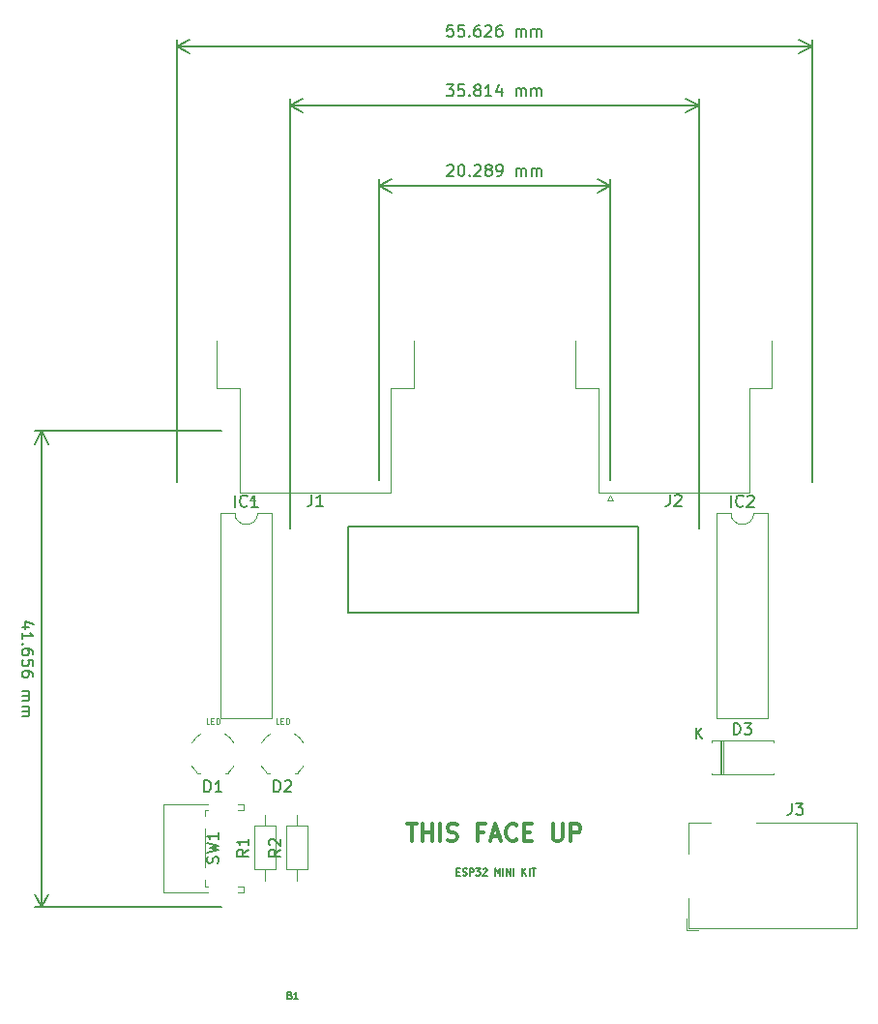
<source format=gbr>
G04 #@! TF.GenerationSoftware,KiCad,Pcbnew,(5.1.0-0)*
G04 #@! TF.CreationDate,2019-03-28T18:25:31-07:00*
G04 #@! TF.ProjectId,unijoysticle,756e696a-6f79-4737-9469-636c652e6b69,v0.0.1*
G04 #@! TF.SameCoordinates,Original*
G04 #@! TF.FileFunction,Legend,Top*
G04 #@! TF.FilePolarity,Positive*
%FSLAX46Y46*%
G04 Gerber Fmt 4.6, Leading zero omitted, Abs format (unit mm)*
G04 Created by KiCad (PCBNEW (5.1.0-0)) date 2019-03-28 18:25:31*
%MOMM*%
%LPD*%
G04 APERTURE LIST*
%ADD10C,0.150000*%
%ADD11C,0.300000*%
%ADD12C,0.120000*%
%ADD13C,0.100000*%
%ADD14C,0.127000*%
G04 APERTURE END LIST*
D10*
X139001952Y-39427380D02*
X138525761Y-39427380D01*
X138478142Y-39903571D01*
X138525761Y-39855952D01*
X138621000Y-39808333D01*
X138859095Y-39808333D01*
X138954333Y-39855952D01*
X139001952Y-39903571D01*
X139049571Y-39998809D01*
X139049571Y-40236904D01*
X139001952Y-40332142D01*
X138954333Y-40379761D01*
X138859095Y-40427380D01*
X138621000Y-40427380D01*
X138525761Y-40379761D01*
X138478142Y-40332142D01*
X139954333Y-39427380D02*
X139478142Y-39427380D01*
X139430523Y-39903571D01*
X139478142Y-39855952D01*
X139573380Y-39808333D01*
X139811476Y-39808333D01*
X139906714Y-39855952D01*
X139954333Y-39903571D01*
X140001952Y-39998809D01*
X140001952Y-40236904D01*
X139954333Y-40332142D01*
X139906714Y-40379761D01*
X139811476Y-40427380D01*
X139573380Y-40427380D01*
X139478142Y-40379761D01*
X139430523Y-40332142D01*
X140430523Y-40332142D02*
X140478142Y-40379761D01*
X140430523Y-40427380D01*
X140382904Y-40379761D01*
X140430523Y-40332142D01*
X140430523Y-40427380D01*
X141335285Y-39427380D02*
X141144809Y-39427380D01*
X141049571Y-39475000D01*
X141001952Y-39522619D01*
X140906714Y-39665476D01*
X140859095Y-39855952D01*
X140859095Y-40236904D01*
X140906714Y-40332142D01*
X140954333Y-40379761D01*
X141049571Y-40427380D01*
X141240047Y-40427380D01*
X141335285Y-40379761D01*
X141382904Y-40332142D01*
X141430523Y-40236904D01*
X141430523Y-39998809D01*
X141382904Y-39903571D01*
X141335285Y-39855952D01*
X141240047Y-39808333D01*
X141049571Y-39808333D01*
X140954333Y-39855952D01*
X140906714Y-39903571D01*
X140859095Y-39998809D01*
X141811476Y-39522619D02*
X141859095Y-39475000D01*
X141954333Y-39427380D01*
X142192428Y-39427380D01*
X142287666Y-39475000D01*
X142335285Y-39522619D01*
X142382904Y-39617857D01*
X142382904Y-39713095D01*
X142335285Y-39855952D01*
X141763857Y-40427380D01*
X142382904Y-40427380D01*
X143240047Y-39427380D02*
X143049571Y-39427380D01*
X142954333Y-39475000D01*
X142906714Y-39522619D01*
X142811476Y-39665476D01*
X142763857Y-39855952D01*
X142763857Y-40236904D01*
X142811476Y-40332142D01*
X142859095Y-40379761D01*
X142954333Y-40427380D01*
X143144809Y-40427380D01*
X143240047Y-40379761D01*
X143287666Y-40332142D01*
X143335285Y-40236904D01*
X143335285Y-39998809D01*
X143287666Y-39903571D01*
X143240047Y-39855952D01*
X143144809Y-39808333D01*
X142954333Y-39808333D01*
X142859095Y-39855952D01*
X142811476Y-39903571D01*
X142763857Y-39998809D01*
X144525761Y-40427380D02*
X144525761Y-39760714D01*
X144525761Y-39855952D02*
X144573380Y-39808333D01*
X144668619Y-39760714D01*
X144811476Y-39760714D01*
X144906714Y-39808333D01*
X144954333Y-39903571D01*
X144954333Y-40427380D01*
X144954333Y-39903571D02*
X145001952Y-39808333D01*
X145097190Y-39760714D01*
X145240047Y-39760714D01*
X145335285Y-39808333D01*
X145382904Y-39903571D01*
X145382904Y-40427380D01*
X145859095Y-40427380D02*
X145859095Y-39760714D01*
X145859095Y-39855952D02*
X145906714Y-39808333D01*
X146001952Y-39760714D01*
X146144809Y-39760714D01*
X146240047Y-39808333D01*
X146287666Y-39903571D01*
X146287666Y-40427380D01*
X146287666Y-39903571D02*
X146335285Y-39808333D01*
X146430523Y-39760714D01*
X146573380Y-39760714D01*
X146668619Y-39808333D01*
X146716238Y-39903571D01*
X146716238Y-40427380D01*
X170434000Y-41275000D02*
X114808000Y-41275000D01*
X170434000Y-79375000D02*
X170434000Y-40688579D01*
X114808000Y-79375000D02*
X114808000Y-40688579D01*
X114808000Y-41275000D02*
X115934504Y-40688579D01*
X114808000Y-41275000D02*
X115934504Y-41861421D01*
X170434000Y-41275000D02*
X169307496Y-40688579D01*
X170434000Y-41275000D02*
X169307496Y-41861421D01*
X138430523Y-44634380D02*
X139049571Y-44634380D01*
X138716238Y-45015333D01*
X138859095Y-45015333D01*
X138954333Y-45062952D01*
X139001952Y-45110571D01*
X139049571Y-45205809D01*
X139049571Y-45443904D01*
X139001952Y-45539142D01*
X138954333Y-45586761D01*
X138859095Y-45634380D01*
X138573380Y-45634380D01*
X138478142Y-45586761D01*
X138430523Y-45539142D01*
X139954333Y-44634380D02*
X139478142Y-44634380D01*
X139430523Y-45110571D01*
X139478142Y-45062952D01*
X139573380Y-45015333D01*
X139811476Y-45015333D01*
X139906714Y-45062952D01*
X139954333Y-45110571D01*
X140001952Y-45205809D01*
X140001952Y-45443904D01*
X139954333Y-45539142D01*
X139906714Y-45586761D01*
X139811476Y-45634380D01*
X139573380Y-45634380D01*
X139478142Y-45586761D01*
X139430523Y-45539142D01*
X140430523Y-45539142D02*
X140478142Y-45586761D01*
X140430523Y-45634380D01*
X140382904Y-45586761D01*
X140430523Y-45539142D01*
X140430523Y-45634380D01*
X141049571Y-45062952D02*
X140954333Y-45015333D01*
X140906714Y-44967714D01*
X140859095Y-44872476D01*
X140859095Y-44824857D01*
X140906714Y-44729619D01*
X140954333Y-44682000D01*
X141049571Y-44634380D01*
X141240047Y-44634380D01*
X141335285Y-44682000D01*
X141382904Y-44729619D01*
X141430523Y-44824857D01*
X141430523Y-44872476D01*
X141382904Y-44967714D01*
X141335285Y-45015333D01*
X141240047Y-45062952D01*
X141049571Y-45062952D01*
X140954333Y-45110571D01*
X140906714Y-45158190D01*
X140859095Y-45253428D01*
X140859095Y-45443904D01*
X140906714Y-45539142D01*
X140954333Y-45586761D01*
X141049571Y-45634380D01*
X141240047Y-45634380D01*
X141335285Y-45586761D01*
X141382904Y-45539142D01*
X141430523Y-45443904D01*
X141430523Y-45253428D01*
X141382904Y-45158190D01*
X141335285Y-45110571D01*
X141240047Y-45062952D01*
X142382904Y-45634380D02*
X141811476Y-45634380D01*
X142097190Y-45634380D02*
X142097190Y-44634380D01*
X142001952Y-44777238D01*
X141906714Y-44872476D01*
X141811476Y-44920095D01*
X143240047Y-44967714D02*
X143240047Y-45634380D01*
X143001952Y-44586761D02*
X142763857Y-45301047D01*
X143382904Y-45301047D01*
X144525761Y-45634380D02*
X144525761Y-44967714D01*
X144525761Y-45062952D02*
X144573380Y-45015333D01*
X144668619Y-44967714D01*
X144811476Y-44967714D01*
X144906714Y-45015333D01*
X144954333Y-45110571D01*
X144954333Y-45634380D01*
X144954333Y-45110571D02*
X145001952Y-45015333D01*
X145097190Y-44967714D01*
X145240047Y-44967714D01*
X145335285Y-45015333D01*
X145382904Y-45110571D01*
X145382904Y-45634380D01*
X145859095Y-45634380D02*
X145859095Y-44967714D01*
X145859095Y-45062952D02*
X145906714Y-45015333D01*
X146001952Y-44967714D01*
X146144809Y-44967714D01*
X146240047Y-45015333D01*
X146287666Y-45110571D01*
X146287666Y-45634380D01*
X146287666Y-45110571D02*
X146335285Y-45015333D01*
X146430523Y-44967714D01*
X146573380Y-44967714D01*
X146668619Y-45015333D01*
X146716238Y-45110571D01*
X146716238Y-45634380D01*
X160528000Y-46482000D02*
X124714000Y-46482000D01*
X160528000Y-83439000D02*
X160528000Y-45895579D01*
X124714000Y-83439000D02*
X124714000Y-45895579D01*
X124714000Y-46482000D02*
X125840504Y-45895579D01*
X124714000Y-46482000D02*
X125840504Y-47068421D01*
X160528000Y-46482000D02*
X159401496Y-45895579D01*
X160528000Y-46482000D02*
X159401496Y-47068421D01*
X101911285Y-92091333D02*
X101244619Y-92091333D01*
X102292238Y-91853238D02*
X101577952Y-91615142D01*
X101577952Y-92234190D01*
X101244619Y-93138952D02*
X101244619Y-92567523D01*
X101244619Y-92853238D02*
X102244619Y-92853238D01*
X102101761Y-92758000D01*
X102006523Y-92662761D01*
X101958904Y-92567523D01*
X101339857Y-93567523D02*
X101292238Y-93615142D01*
X101244619Y-93567523D01*
X101292238Y-93519904D01*
X101339857Y-93567523D01*
X101244619Y-93567523D01*
X102244619Y-94472285D02*
X102244619Y-94281809D01*
X102197000Y-94186571D01*
X102149380Y-94138952D01*
X102006523Y-94043714D01*
X101816047Y-93996095D01*
X101435095Y-93996095D01*
X101339857Y-94043714D01*
X101292238Y-94091333D01*
X101244619Y-94186571D01*
X101244619Y-94377047D01*
X101292238Y-94472285D01*
X101339857Y-94519904D01*
X101435095Y-94567523D01*
X101673190Y-94567523D01*
X101768428Y-94519904D01*
X101816047Y-94472285D01*
X101863666Y-94377047D01*
X101863666Y-94186571D01*
X101816047Y-94091333D01*
X101768428Y-94043714D01*
X101673190Y-93996095D01*
X102244619Y-95472285D02*
X102244619Y-94996095D01*
X101768428Y-94948476D01*
X101816047Y-94996095D01*
X101863666Y-95091333D01*
X101863666Y-95329428D01*
X101816047Y-95424666D01*
X101768428Y-95472285D01*
X101673190Y-95519904D01*
X101435095Y-95519904D01*
X101339857Y-95472285D01*
X101292238Y-95424666D01*
X101244619Y-95329428D01*
X101244619Y-95091333D01*
X101292238Y-94996095D01*
X101339857Y-94948476D01*
X102244619Y-96377047D02*
X102244619Y-96186571D01*
X102197000Y-96091333D01*
X102149380Y-96043714D01*
X102006523Y-95948476D01*
X101816047Y-95900857D01*
X101435095Y-95900857D01*
X101339857Y-95948476D01*
X101292238Y-95996095D01*
X101244619Y-96091333D01*
X101244619Y-96281809D01*
X101292238Y-96377047D01*
X101339857Y-96424666D01*
X101435095Y-96472285D01*
X101673190Y-96472285D01*
X101768428Y-96424666D01*
X101816047Y-96377047D01*
X101863666Y-96281809D01*
X101863666Y-96091333D01*
X101816047Y-95996095D01*
X101768428Y-95948476D01*
X101673190Y-95900857D01*
X101244619Y-97662761D02*
X101911285Y-97662761D01*
X101816047Y-97662761D02*
X101863666Y-97710380D01*
X101911285Y-97805619D01*
X101911285Y-97948476D01*
X101863666Y-98043714D01*
X101768428Y-98091333D01*
X101244619Y-98091333D01*
X101768428Y-98091333D02*
X101863666Y-98138952D01*
X101911285Y-98234190D01*
X101911285Y-98377047D01*
X101863666Y-98472285D01*
X101768428Y-98519904D01*
X101244619Y-98519904D01*
X101244619Y-98996095D02*
X101911285Y-98996095D01*
X101816047Y-98996095D02*
X101863666Y-99043714D01*
X101911285Y-99138952D01*
X101911285Y-99281809D01*
X101863666Y-99377047D01*
X101768428Y-99424666D01*
X101244619Y-99424666D01*
X101768428Y-99424666D02*
X101863666Y-99472285D01*
X101911285Y-99567523D01*
X101911285Y-99710380D01*
X101863666Y-99805619D01*
X101768428Y-99853238D01*
X101244619Y-99853238D01*
X102997000Y-74930000D02*
X102997000Y-116586000D01*
X118745000Y-74930000D02*
X102410579Y-74930000D01*
X118745000Y-116586000D02*
X102410579Y-116586000D01*
X102997000Y-116586000D02*
X102410579Y-115459496D01*
X102997000Y-116586000D02*
X103583421Y-115459496D01*
X102997000Y-74930000D02*
X102410579Y-76056504D01*
X102997000Y-74930000D02*
X103583421Y-76056504D01*
X138493642Y-51714619D02*
X138541261Y-51667000D01*
X138636500Y-51619380D01*
X138874595Y-51619380D01*
X138969833Y-51667000D01*
X139017452Y-51714619D01*
X139065071Y-51809857D01*
X139065071Y-51905095D01*
X139017452Y-52047952D01*
X138446023Y-52619380D01*
X139065071Y-52619380D01*
X139684119Y-51619380D02*
X139779357Y-51619380D01*
X139874595Y-51667000D01*
X139922214Y-51714619D01*
X139969833Y-51809857D01*
X140017452Y-52000333D01*
X140017452Y-52238428D01*
X139969833Y-52428904D01*
X139922214Y-52524142D01*
X139874595Y-52571761D01*
X139779357Y-52619380D01*
X139684119Y-52619380D01*
X139588880Y-52571761D01*
X139541261Y-52524142D01*
X139493642Y-52428904D01*
X139446023Y-52238428D01*
X139446023Y-52000333D01*
X139493642Y-51809857D01*
X139541261Y-51714619D01*
X139588880Y-51667000D01*
X139684119Y-51619380D01*
X140446023Y-52524142D02*
X140493642Y-52571761D01*
X140446023Y-52619380D01*
X140398404Y-52571761D01*
X140446023Y-52524142D01*
X140446023Y-52619380D01*
X140874595Y-51714619D02*
X140922214Y-51667000D01*
X141017452Y-51619380D01*
X141255547Y-51619380D01*
X141350785Y-51667000D01*
X141398404Y-51714619D01*
X141446023Y-51809857D01*
X141446023Y-51905095D01*
X141398404Y-52047952D01*
X140826976Y-52619380D01*
X141446023Y-52619380D01*
X142017452Y-52047952D02*
X141922214Y-52000333D01*
X141874595Y-51952714D01*
X141826976Y-51857476D01*
X141826976Y-51809857D01*
X141874595Y-51714619D01*
X141922214Y-51667000D01*
X142017452Y-51619380D01*
X142207928Y-51619380D01*
X142303166Y-51667000D01*
X142350785Y-51714619D01*
X142398404Y-51809857D01*
X142398404Y-51857476D01*
X142350785Y-51952714D01*
X142303166Y-52000333D01*
X142207928Y-52047952D01*
X142017452Y-52047952D01*
X141922214Y-52095571D01*
X141874595Y-52143190D01*
X141826976Y-52238428D01*
X141826976Y-52428904D01*
X141874595Y-52524142D01*
X141922214Y-52571761D01*
X142017452Y-52619380D01*
X142207928Y-52619380D01*
X142303166Y-52571761D01*
X142350785Y-52524142D01*
X142398404Y-52428904D01*
X142398404Y-52238428D01*
X142350785Y-52143190D01*
X142303166Y-52095571D01*
X142207928Y-52047952D01*
X142874595Y-52619380D02*
X143065071Y-52619380D01*
X143160309Y-52571761D01*
X143207928Y-52524142D01*
X143303166Y-52381285D01*
X143350785Y-52190809D01*
X143350785Y-51809857D01*
X143303166Y-51714619D01*
X143255547Y-51667000D01*
X143160309Y-51619380D01*
X142969833Y-51619380D01*
X142874595Y-51667000D01*
X142826976Y-51714619D01*
X142779357Y-51809857D01*
X142779357Y-52047952D01*
X142826976Y-52143190D01*
X142874595Y-52190809D01*
X142969833Y-52238428D01*
X143160309Y-52238428D01*
X143255547Y-52190809D01*
X143303166Y-52143190D01*
X143350785Y-52047952D01*
X144541261Y-52619380D02*
X144541261Y-51952714D01*
X144541261Y-52047952D02*
X144588880Y-52000333D01*
X144684119Y-51952714D01*
X144826976Y-51952714D01*
X144922214Y-52000333D01*
X144969833Y-52095571D01*
X144969833Y-52619380D01*
X144969833Y-52095571D02*
X145017452Y-52000333D01*
X145112690Y-51952714D01*
X145255547Y-51952714D01*
X145350785Y-52000333D01*
X145398404Y-52095571D01*
X145398404Y-52619380D01*
X145874595Y-52619380D02*
X145874595Y-51952714D01*
X145874595Y-52047952D02*
X145922214Y-52000333D01*
X146017452Y-51952714D01*
X146160309Y-51952714D01*
X146255547Y-52000333D01*
X146303166Y-52095571D01*
X146303166Y-52619380D01*
X146303166Y-52095571D02*
X146350785Y-52000333D01*
X146446023Y-51952714D01*
X146588880Y-51952714D01*
X146684119Y-52000333D01*
X146731738Y-52095571D01*
X146731738Y-52619380D01*
X132492000Y-53467000D02*
X152781000Y-53467000D01*
X132492000Y-79248000D02*
X132492000Y-52880579D01*
X152781000Y-79248000D02*
X152781000Y-52880579D01*
X152781000Y-53467000D02*
X151654496Y-54053421D01*
X152781000Y-53467000D02*
X151654496Y-52880579D01*
X132492000Y-53467000D02*
X133618504Y-54053421D01*
X132492000Y-53467000D02*
X133618504Y-52880579D01*
D11*
X134942428Y-109287571D02*
X135799571Y-109287571D01*
X135371000Y-110787571D02*
X135371000Y-109287571D01*
X136299571Y-110787571D02*
X136299571Y-109287571D01*
X136299571Y-110001857D02*
X137156714Y-110001857D01*
X137156714Y-110787571D02*
X137156714Y-109287571D01*
X137871000Y-110787571D02*
X137871000Y-109287571D01*
X138513857Y-110716142D02*
X138728142Y-110787571D01*
X139085285Y-110787571D01*
X139228142Y-110716142D01*
X139299571Y-110644714D01*
X139371000Y-110501857D01*
X139371000Y-110359000D01*
X139299571Y-110216142D01*
X139228142Y-110144714D01*
X139085285Y-110073285D01*
X138799571Y-110001857D01*
X138656714Y-109930428D01*
X138585285Y-109859000D01*
X138513857Y-109716142D01*
X138513857Y-109573285D01*
X138585285Y-109430428D01*
X138656714Y-109359000D01*
X138799571Y-109287571D01*
X139156714Y-109287571D01*
X139371000Y-109359000D01*
X141656714Y-110001857D02*
X141156714Y-110001857D01*
X141156714Y-110787571D02*
X141156714Y-109287571D01*
X141871000Y-109287571D01*
X142371000Y-110359000D02*
X143085285Y-110359000D01*
X142228142Y-110787571D02*
X142728142Y-109287571D01*
X143228142Y-110787571D01*
X144585285Y-110644714D02*
X144513857Y-110716142D01*
X144299571Y-110787571D01*
X144156714Y-110787571D01*
X143942428Y-110716142D01*
X143799571Y-110573285D01*
X143728142Y-110430428D01*
X143656714Y-110144714D01*
X143656714Y-109930428D01*
X143728142Y-109644714D01*
X143799571Y-109501857D01*
X143942428Y-109359000D01*
X144156714Y-109287571D01*
X144299571Y-109287571D01*
X144513857Y-109359000D01*
X144585285Y-109430428D01*
X145228142Y-110001857D02*
X145728142Y-110001857D01*
X145942428Y-110787571D02*
X145228142Y-110787571D01*
X145228142Y-109287571D01*
X145942428Y-109287571D01*
X147728142Y-109287571D02*
X147728142Y-110501857D01*
X147799571Y-110644714D01*
X147871000Y-110716142D01*
X148013857Y-110787571D01*
X148299571Y-110787571D01*
X148442428Y-110716142D01*
X148513857Y-110644714D01*
X148585285Y-110501857D01*
X148585285Y-109287571D01*
X149299571Y-110787571D02*
X149299571Y-109287571D01*
X149871000Y-109287571D01*
X150013857Y-109359000D01*
X150085285Y-109430428D01*
X150156714Y-109573285D01*
X150156714Y-109787571D01*
X150085285Y-109930428D01*
X150013857Y-110001857D01*
X149871000Y-110073285D01*
X149299571Y-110073285D01*
D12*
X162398000Y-102035000D02*
X162398000Y-104975000D01*
X162638000Y-102035000D02*
X162638000Y-104975000D01*
X162518000Y-102035000D02*
X162518000Y-104975000D01*
X167058000Y-104975000D02*
X167058000Y-104845000D01*
X161618000Y-104975000D02*
X167058000Y-104975000D01*
X161618000Y-104845000D02*
X161618000Y-104975000D01*
X167058000Y-102035000D02*
X167058000Y-102165000D01*
X161618000Y-102035000D02*
X167058000Y-102035000D01*
X161618000Y-102165000D02*
X161618000Y-102035000D01*
X125349000Y-108509000D02*
X125349000Y-109459000D01*
X125349000Y-114249000D02*
X125349000Y-113299000D01*
X124429000Y-109459000D02*
X124429000Y-113299000D01*
X126269000Y-109459000D02*
X124429000Y-109459000D01*
X126269000Y-113299000D02*
X126269000Y-109459000D01*
X124429000Y-113299000D02*
X126269000Y-113299000D01*
X122555000Y-108509000D02*
X122555000Y-109459000D01*
X122555000Y-114249000D02*
X122555000Y-113299000D01*
X121635000Y-109459000D02*
X121635000Y-113299000D01*
X123475000Y-109459000D02*
X121635000Y-109459000D01*
X123475000Y-113299000D02*
X123475000Y-109459000D01*
X121635000Y-113299000D02*
X123475000Y-113299000D01*
D13*
X119333000Y-104851000D02*
X119083000Y-104851000D01*
X116633000Y-104851000D02*
X116883000Y-104851000D01*
X116133000Y-102251000D02*
G75*
G02X116983000Y-101401000I1850000J-1000000D01*
G01*
X118983000Y-101401000D02*
G75*
G02X119833000Y-102251000I-1000000J-1850000D01*
G01*
X116626853Y-104858285D02*
G75*
G02X116133000Y-104251000I1356147J1607285D01*
G01*
X119824615Y-104246467D02*
G75*
G02X119333000Y-104851000I-1841615J995467D01*
G01*
D12*
X117302000Y-114755000D02*
X117532000Y-114755000D01*
X113632000Y-115275000D02*
X113632000Y-107555000D01*
X113632000Y-107555000D02*
X117532000Y-107555000D01*
X120642000Y-115275000D02*
X120642000Y-114755000D01*
X113632000Y-115275000D02*
X117532000Y-115275000D01*
X117302000Y-108075000D02*
X117532000Y-108075000D01*
X120132000Y-114755000D02*
X120642000Y-114755000D01*
X120132000Y-115275000D02*
X120642000Y-115275000D01*
X117302000Y-108615000D02*
X117302000Y-108075000D01*
X120132000Y-108075000D02*
X120642000Y-108075000D01*
X120642000Y-108075000D02*
X120642000Y-107555000D01*
X120132000Y-107555000D02*
X120642000Y-107555000D01*
X117302000Y-114755000D02*
X117302000Y-114215000D01*
X117302000Y-113115000D02*
X117302000Y-109715000D01*
D14*
X129794000Y-90805000D02*
X155194000Y-90805000D01*
X155194000Y-90805000D02*
X155194000Y-83312000D01*
X155194000Y-83312000D02*
X129794000Y-83312000D01*
X129794000Y-83312000D02*
X129794000Y-90805000D01*
X129794000Y-90805000D02*
X155194000Y-90805000D01*
X155194000Y-90805000D02*
X155194000Y-83312000D01*
X155194000Y-83312000D02*
X129794000Y-83312000D01*
X129794000Y-83312000D02*
X129794000Y-90805000D01*
D12*
X135562000Y-67068000D02*
X135562000Y-71168000D01*
X135562000Y-71168000D02*
X133552000Y-71168000D01*
X133552000Y-71168000D02*
X133552000Y-80308000D01*
X133552000Y-80308000D02*
X120352000Y-80308000D01*
X120352000Y-80308000D02*
X120352000Y-71168000D01*
X120352000Y-71168000D02*
X118342000Y-71168000D01*
X118342000Y-71168000D02*
X118342000Y-67068000D01*
X121662000Y-81002338D02*
X121162000Y-81002338D01*
X121162000Y-81002338D02*
X121412000Y-80569325D01*
X121412000Y-80569325D02*
X121662000Y-81002338D01*
X166588000Y-82109000D02*
X165338000Y-82109000D01*
X166588000Y-100009000D02*
X166588000Y-82109000D01*
X162088000Y-100009000D02*
X166588000Y-100009000D01*
X162088000Y-82109000D02*
X162088000Y-100009000D01*
X163338000Y-82109000D02*
X162088000Y-82109000D01*
X165338000Y-82109000D02*
G75*
G02X163338000Y-82109000I-1000000J0D01*
G01*
X121904000Y-82109000D02*
G75*
G02X119904000Y-82109000I-1000000J0D01*
G01*
X119904000Y-82109000D02*
X118654000Y-82109000D01*
X118654000Y-82109000D02*
X118654000Y-100009000D01*
X118654000Y-100009000D02*
X123154000Y-100009000D01*
X123154000Y-100009000D02*
X123154000Y-82109000D01*
X123154000Y-82109000D02*
X121904000Y-82109000D01*
D13*
X125429000Y-104851000D02*
X125179000Y-104851000D01*
X122729000Y-104851000D02*
X122979000Y-104851000D01*
X122229000Y-102251000D02*
G75*
G02X123079000Y-101401000I1850000J-1000000D01*
G01*
X125079000Y-101401000D02*
G75*
G02X125929000Y-102251000I-1000000J-1850000D01*
G01*
X122722853Y-104858285D02*
G75*
G02X122229000Y-104251000I1356147J1607285D01*
G01*
X125920615Y-104246467D02*
G75*
G02X125429000Y-104851000I-1841615J995467D01*
G01*
D12*
X166931000Y-67068000D02*
X166931000Y-71168000D01*
X166931000Y-71168000D02*
X164921000Y-71168000D01*
X164921000Y-71168000D02*
X164921000Y-80308000D01*
X164921000Y-80308000D02*
X151721000Y-80308000D01*
X151721000Y-80308000D02*
X151721000Y-71168000D01*
X151721000Y-71168000D02*
X149711000Y-71168000D01*
X149711000Y-71168000D02*
X149711000Y-67068000D01*
X153031000Y-81002338D02*
X152531000Y-81002338D01*
X152531000Y-81002338D02*
X152781000Y-80569325D01*
X152781000Y-80569325D02*
X153031000Y-81002338D01*
X159628000Y-118392000D02*
X159628000Y-115792000D01*
X174328000Y-118392000D02*
X159628000Y-118392000D01*
X159628000Y-109192000D02*
X161528000Y-109192000D01*
X159628000Y-111892000D02*
X159628000Y-109192000D01*
X174328000Y-109192000D02*
X174328000Y-118392000D01*
X165528000Y-109192000D02*
X174328000Y-109192000D01*
X160478000Y-118592000D02*
X159428000Y-118592000D01*
X159428000Y-117542000D02*
X159428000Y-118592000D01*
D10*
X163599904Y-101487380D02*
X163599904Y-100487380D01*
X163838000Y-100487380D01*
X163980857Y-100535000D01*
X164076095Y-100630238D01*
X164123714Y-100725476D01*
X164171333Y-100915952D01*
X164171333Y-101058809D01*
X164123714Y-101249285D01*
X164076095Y-101344523D01*
X163980857Y-101439761D01*
X163838000Y-101487380D01*
X163599904Y-101487380D01*
X164504666Y-100487380D02*
X165123714Y-100487380D01*
X164790380Y-100868333D01*
X164933238Y-100868333D01*
X165028476Y-100915952D01*
X165076095Y-100963571D01*
X165123714Y-101058809D01*
X165123714Y-101296904D01*
X165076095Y-101392142D01*
X165028476Y-101439761D01*
X164933238Y-101487380D01*
X164647523Y-101487380D01*
X164552285Y-101439761D01*
X164504666Y-101392142D01*
X160266095Y-101857380D02*
X160266095Y-100857380D01*
X160837523Y-101857380D02*
X160408952Y-101285952D01*
X160837523Y-100857380D02*
X160266095Y-101428809D01*
X123881380Y-111545666D02*
X123405190Y-111879000D01*
X123881380Y-112117095D02*
X122881380Y-112117095D01*
X122881380Y-111736142D01*
X122929000Y-111640904D01*
X122976619Y-111593285D01*
X123071857Y-111545666D01*
X123214714Y-111545666D01*
X123309952Y-111593285D01*
X123357571Y-111640904D01*
X123405190Y-111736142D01*
X123405190Y-112117095D01*
X122976619Y-111164714D02*
X122929000Y-111117095D01*
X122881380Y-111021857D01*
X122881380Y-110783761D01*
X122929000Y-110688523D01*
X122976619Y-110640904D01*
X123071857Y-110593285D01*
X123167095Y-110593285D01*
X123309952Y-110640904D01*
X123881380Y-111212333D01*
X123881380Y-110593285D01*
X121087380Y-111545666D02*
X120611190Y-111879000D01*
X121087380Y-112117095D02*
X120087380Y-112117095D01*
X120087380Y-111736142D01*
X120135000Y-111640904D01*
X120182619Y-111593285D01*
X120277857Y-111545666D01*
X120420714Y-111545666D01*
X120515952Y-111593285D01*
X120563571Y-111640904D01*
X120611190Y-111736142D01*
X120611190Y-112117095D01*
X121087380Y-110593285D02*
X121087380Y-111164714D01*
X121087380Y-110879000D02*
X120087380Y-110879000D01*
X120230238Y-110974238D01*
X120325476Y-111069476D01*
X120373095Y-111164714D01*
X117244904Y-106497380D02*
X117244904Y-105497380D01*
X117483000Y-105497380D01*
X117625857Y-105545000D01*
X117721095Y-105640238D01*
X117768714Y-105735476D01*
X117816333Y-105925952D01*
X117816333Y-106068809D01*
X117768714Y-106259285D01*
X117721095Y-106354523D01*
X117625857Y-106449761D01*
X117483000Y-106497380D01*
X117244904Y-106497380D01*
X118768714Y-106497380D02*
X118197285Y-106497380D01*
X118483000Y-106497380D02*
X118483000Y-105497380D01*
X118387761Y-105640238D01*
X118292523Y-105735476D01*
X118197285Y-105783095D01*
D13*
X117661571Y-100556190D02*
X117423476Y-100556190D01*
X117423476Y-100056190D01*
X117828238Y-100294285D02*
X117994904Y-100294285D01*
X118066333Y-100556190D02*
X117828238Y-100556190D01*
X117828238Y-100056190D01*
X118066333Y-100056190D01*
X118280619Y-100556190D02*
X118280619Y-100056190D01*
X118399666Y-100056190D01*
X118471095Y-100080000D01*
X118518714Y-100127619D01*
X118542523Y-100175238D01*
X118566333Y-100270476D01*
X118566333Y-100341904D01*
X118542523Y-100437142D01*
X118518714Y-100484761D01*
X118471095Y-100532380D01*
X118399666Y-100556190D01*
X118280619Y-100556190D01*
D10*
X118416761Y-112748333D02*
X118464380Y-112605476D01*
X118464380Y-112367380D01*
X118416761Y-112272142D01*
X118369142Y-112224523D01*
X118273904Y-112176904D01*
X118178666Y-112176904D01*
X118083428Y-112224523D01*
X118035809Y-112272142D01*
X117988190Y-112367380D01*
X117940571Y-112557857D01*
X117892952Y-112653095D01*
X117845333Y-112700714D01*
X117750095Y-112748333D01*
X117654857Y-112748333D01*
X117559619Y-112700714D01*
X117512000Y-112653095D01*
X117464380Y-112557857D01*
X117464380Y-112319761D01*
X117512000Y-112176904D01*
X117464380Y-111843571D02*
X118464380Y-111605476D01*
X117750095Y-111415000D01*
X118464380Y-111224523D01*
X117464380Y-110986428D01*
X118464380Y-110081666D02*
X118464380Y-110653095D01*
X118464380Y-110367380D02*
X117464380Y-110367380D01*
X117607238Y-110462619D01*
X117702476Y-110557857D01*
X117750095Y-110653095D01*
D14*
X124721257Y-124289457D02*
X124808342Y-124318485D01*
X124837371Y-124347514D01*
X124866400Y-124405571D01*
X124866400Y-124492657D01*
X124837371Y-124550714D01*
X124808342Y-124579742D01*
X124750285Y-124608771D01*
X124518057Y-124608771D01*
X124518057Y-123999171D01*
X124721257Y-123999171D01*
X124779314Y-124028200D01*
X124808342Y-124057228D01*
X124837371Y-124115285D01*
X124837371Y-124173342D01*
X124808342Y-124231400D01*
X124779314Y-124260428D01*
X124721257Y-124289457D01*
X124518057Y-124289457D01*
X125446971Y-124608771D02*
X125098628Y-124608771D01*
X125272800Y-124608771D02*
X125272800Y-123999171D01*
X125214742Y-124086257D01*
X125156685Y-124144314D01*
X125098628Y-124173342D01*
X139337142Y-113494457D02*
X139540342Y-113494457D01*
X139627428Y-113813771D02*
X139337142Y-113813771D01*
X139337142Y-113204171D01*
X139627428Y-113204171D01*
X139859657Y-113784742D02*
X139946742Y-113813771D01*
X140091885Y-113813771D01*
X140149942Y-113784742D01*
X140178971Y-113755714D01*
X140208000Y-113697657D01*
X140208000Y-113639600D01*
X140178971Y-113581542D01*
X140149942Y-113552514D01*
X140091885Y-113523485D01*
X139975771Y-113494457D01*
X139917714Y-113465428D01*
X139888685Y-113436400D01*
X139859657Y-113378342D01*
X139859657Y-113320285D01*
X139888685Y-113262228D01*
X139917714Y-113233200D01*
X139975771Y-113204171D01*
X140120914Y-113204171D01*
X140208000Y-113233200D01*
X140469257Y-113813771D02*
X140469257Y-113204171D01*
X140701485Y-113204171D01*
X140759542Y-113233200D01*
X140788571Y-113262228D01*
X140817600Y-113320285D01*
X140817600Y-113407371D01*
X140788571Y-113465428D01*
X140759542Y-113494457D01*
X140701485Y-113523485D01*
X140469257Y-113523485D01*
X141020800Y-113204171D02*
X141398171Y-113204171D01*
X141194971Y-113436400D01*
X141282057Y-113436400D01*
X141340114Y-113465428D01*
X141369142Y-113494457D01*
X141398171Y-113552514D01*
X141398171Y-113697657D01*
X141369142Y-113755714D01*
X141340114Y-113784742D01*
X141282057Y-113813771D01*
X141107885Y-113813771D01*
X141049828Y-113784742D01*
X141020800Y-113755714D01*
X141630400Y-113262228D02*
X141659428Y-113233200D01*
X141717485Y-113204171D01*
X141862628Y-113204171D01*
X141920685Y-113233200D01*
X141949714Y-113262228D01*
X141978742Y-113320285D01*
X141978742Y-113378342D01*
X141949714Y-113465428D01*
X141601371Y-113813771D01*
X141978742Y-113813771D01*
X142704457Y-113813771D02*
X142704457Y-113204171D01*
X142907657Y-113639600D01*
X143110857Y-113204171D01*
X143110857Y-113813771D01*
X143401142Y-113813771D02*
X143401142Y-113204171D01*
X143691428Y-113813771D02*
X143691428Y-113204171D01*
X144039771Y-113813771D01*
X144039771Y-113204171D01*
X144330057Y-113813771D02*
X144330057Y-113204171D01*
X145084800Y-113813771D02*
X145084800Y-113204171D01*
X145433142Y-113813771D02*
X145171885Y-113465428D01*
X145433142Y-113204171D02*
X145084800Y-113552514D01*
X145694400Y-113813771D02*
X145694400Y-113204171D01*
X145897600Y-113204171D02*
X146245942Y-113204171D01*
X146071771Y-113813771D02*
X146071771Y-113204171D01*
D10*
X126618666Y-80500380D02*
X126618666Y-81214666D01*
X126571047Y-81357523D01*
X126475809Y-81452761D01*
X126332952Y-81500380D01*
X126237714Y-81500380D01*
X127618666Y-81500380D02*
X127047238Y-81500380D01*
X127332952Y-81500380D02*
X127332952Y-80500380D01*
X127237714Y-80643238D01*
X127142476Y-80738476D01*
X127047238Y-80786095D01*
X163361809Y-81561380D02*
X163361809Y-80561380D01*
X164409428Y-81466142D02*
X164361809Y-81513761D01*
X164218952Y-81561380D01*
X164123714Y-81561380D01*
X163980857Y-81513761D01*
X163885619Y-81418523D01*
X163838000Y-81323285D01*
X163790380Y-81132809D01*
X163790380Y-80989952D01*
X163838000Y-80799476D01*
X163885619Y-80704238D01*
X163980857Y-80609000D01*
X164123714Y-80561380D01*
X164218952Y-80561380D01*
X164361809Y-80609000D01*
X164409428Y-80656619D01*
X164790380Y-80656619D02*
X164838000Y-80609000D01*
X164933238Y-80561380D01*
X165171333Y-80561380D01*
X165266571Y-80609000D01*
X165314190Y-80656619D01*
X165361809Y-80751857D01*
X165361809Y-80847095D01*
X165314190Y-80989952D01*
X164742761Y-81561380D01*
X165361809Y-81561380D01*
X119927809Y-81561380D02*
X119927809Y-80561380D01*
X120975428Y-81466142D02*
X120927809Y-81513761D01*
X120784952Y-81561380D01*
X120689714Y-81561380D01*
X120546857Y-81513761D01*
X120451619Y-81418523D01*
X120404000Y-81323285D01*
X120356380Y-81132809D01*
X120356380Y-80989952D01*
X120404000Y-80799476D01*
X120451619Y-80704238D01*
X120546857Y-80609000D01*
X120689714Y-80561380D01*
X120784952Y-80561380D01*
X120927809Y-80609000D01*
X120975428Y-80656619D01*
X121927809Y-81561380D02*
X121356380Y-81561380D01*
X121642095Y-81561380D02*
X121642095Y-80561380D01*
X121546857Y-80704238D01*
X121451619Y-80799476D01*
X121356380Y-80847095D01*
X123340904Y-106497380D02*
X123340904Y-105497380D01*
X123579000Y-105497380D01*
X123721857Y-105545000D01*
X123817095Y-105640238D01*
X123864714Y-105735476D01*
X123912333Y-105925952D01*
X123912333Y-106068809D01*
X123864714Y-106259285D01*
X123817095Y-106354523D01*
X123721857Y-106449761D01*
X123579000Y-106497380D01*
X123340904Y-106497380D01*
X124293285Y-105592619D02*
X124340904Y-105545000D01*
X124436142Y-105497380D01*
X124674238Y-105497380D01*
X124769476Y-105545000D01*
X124817095Y-105592619D01*
X124864714Y-105687857D01*
X124864714Y-105783095D01*
X124817095Y-105925952D01*
X124245666Y-106497380D01*
X124864714Y-106497380D01*
D13*
X123757571Y-100556190D02*
X123519476Y-100556190D01*
X123519476Y-100056190D01*
X123924238Y-100294285D02*
X124090904Y-100294285D01*
X124162333Y-100556190D02*
X123924238Y-100556190D01*
X123924238Y-100056190D01*
X124162333Y-100056190D01*
X124376619Y-100556190D02*
X124376619Y-100056190D01*
X124495666Y-100056190D01*
X124567095Y-100080000D01*
X124614714Y-100127619D01*
X124638523Y-100175238D01*
X124662333Y-100270476D01*
X124662333Y-100341904D01*
X124638523Y-100437142D01*
X124614714Y-100484761D01*
X124567095Y-100532380D01*
X124495666Y-100556190D01*
X124376619Y-100556190D01*
D10*
X157987666Y-80500380D02*
X157987666Y-81214666D01*
X157940047Y-81357523D01*
X157844809Y-81452761D01*
X157701952Y-81500380D01*
X157606714Y-81500380D01*
X158416238Y-80595619D02*
X158463857Y-80548000D01*
X158559095Y-80500380D01*
X158797190Y-80500380D01*
X158892428Y-80548000D01*
X158940047Y-80595619D01*
X158987666Y-80690857D01*
X158987666Y-80786095D01*
X158940047Y-80928952D01*
X158368619Y-81500380D01*
X158987666Y-81500380D01*
X168644666Y-107494380D02*
X168644666Y-108208666D01*
X168597047Y-108351523D01*
X168501809Y-108446761D01*
X168358952Y-108494380D01*
X168263714Y-108494380D01*
X169025619Y-107494380D02*
X169644666Y-107494380D01*
X169311333Y-107875333D01*
X169454190Y-107875333D01*
X169549428Y-107922952D01*
X169597047Y-107970571D01*
X169644666Y-108065809D01*
X169644666Y-108303904D01*
X169597047Y-108399142D01*
X169549428Y-108446761D01*
X169454190Y-108494380D01*
X169168476Y-108494380D01*
X169073238Y-108446761D01*
X169025619Y-108399142D01*
M02*

</source>
